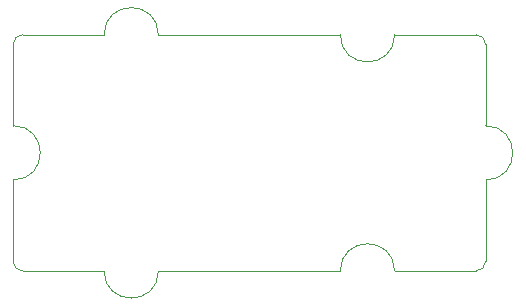
<source format=gbr>
%TF.GenerationSoftware,KiCad,Pcbnew,(6.0.0)*%
%TF.CreationDate,2022-11-15T20:59:03+00:00*%
%TF.ProjectId,Grove-Spectra,47726f76-652d-4537-9065-637472612e6b,A*%
%TF.SameCoordinates,Original*%
%TF.FileFunction,Profile,NP*%
%FSLAX46Y46*%
G04 Gerber Fmt 4.6, Leading zero omitted, Abs format (unit mm)*
G04 Created by KiCad (PCBNEW (6.0.0)) date 2022-11-15 20:59:03*
%MOMM*%
%LPD*%
G01*
G04 APERTURE LIST*
%TA.AperFunction,Profile*%
%ADD10C,0.100000*%
%TD*%
G04 APERTURE END LIST*
D10*
X120265685Y-97765685D02*
G75*
G03*
X121065685Y-98565685I800001J1D01*
G01*
X127965685Y-98565685D02*
X121065685Y-98565685D01*
X121065685Y-78565685D02*
X127965685Y-78565685D01*
X147965685Y-78565685D02*
G75*
G03*
X152565685Y-78565685I2300000J0D01*
G01*
X132565685Y-78565685D02*
X147965685Y-78565685D01*
X159465685Y-98565685D02*
X152565685Y-98565685D01*
X160265685Y-79365685D02*
X160265685Y-86265685D01*
X160265685Y-79365685D02*
G75*
G03*
X159465685Y-78565685I-800001J-1D01*
G01*
X120265685Y-90865685D02*
G75*
G03*
X120265685Y-86265685I0J2300000D01*
G01*
X120265685Y-86265685D02*
X120265685Y-79365685D01*
X147965685Y-98565685D02*
X132565685Y-98565685D01*
X152565685Y-98565685D02*
G75*
G03*
X147965685Y-98565685I-2300000J0D01*
G01*
X152565685Y-78565685D02*
X159465685Y-78565685D01*
X160265685Y-90865685D02*
X160265685Y-97765685D01*
X160265685Y-90865685D02*
G75*
G03*
X160265685Y-86265685I0J2300000D01*
G01*
X127965685Y-98565685D02*
G75*
G03*
X132565685Y-98565685I2300000J0D01*
G01*
X121065685Y-78565685D02*
G75*
G03*
X120265685Y-79365685I1J-800001D01*
G01*
X120265685Y-97765685D02*
X120265685Y-90865685D01*
X159465685Y-98565685D02*
G75*
G03*
X160265685Y-97765685I-1J800001D01*
G01*
X132565685Y-78565685D02*
G75*
G03*
X127965685Y-78565685I-2300000J0D01*
G01*
M02*

</source>
